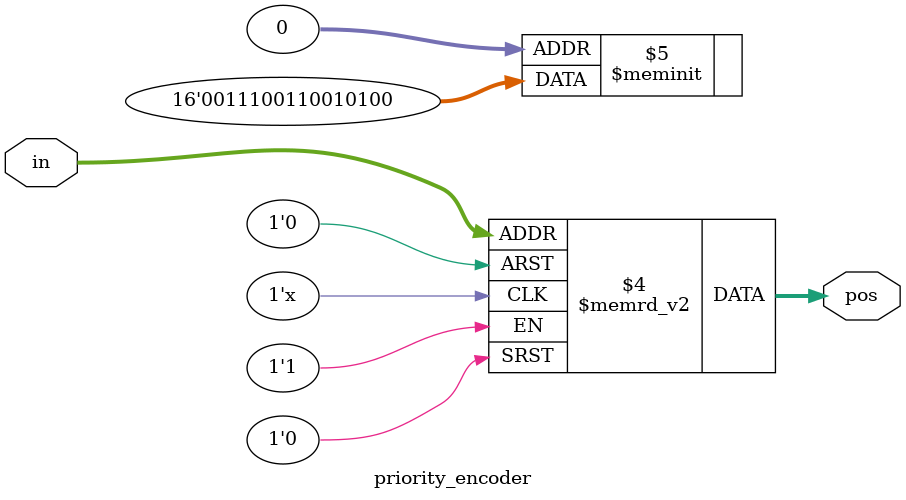
<source format=v>
module priority_encoder( 
input [2:0] in,
output reg [1:0] pos ); 
// When sel=1, assign b to out
// When sel=0, a is assigned to out

// Implementation
always @(*) 
begin 
	case(in)
	3'b000: pos=2'd0;
	3'b001: pos=2'd1;
	3'b010: pos=2'd1;
	3'b011: pos=2'd2;
	3'b100: pos=2'd1;
	3'b101: pos=2'd2;
	3'b110: pos=2'd3;
	3'b111: pos=2'd0;
	default: pos=2'd0;	
	endcase
end
endmodule

</source>
